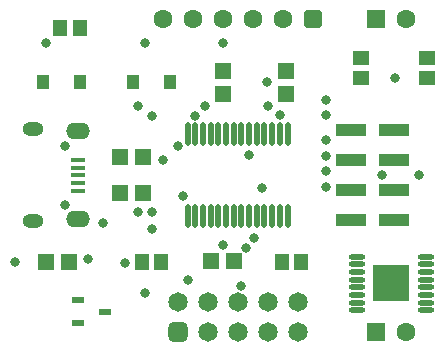
<source format=gbr>
%TF.GenerationSoftware,Altium Limited,Altium Designer,22.2.1 (43)*%
G04 Layer_Color=16711935*
%FSLAX43Y43*%
%MOMM*%
%TF.SameCoordinates,22783662-0E91-4B75-9AE6-36AB56575A38*%
%TF.FilePolarity,Negative*%
%TF.FileFunction,Soldermask,Bot*%
%TF.Part,Single*%
G01*
G75*
%TA.AperFunction,SMDPad,CuDef*%
%ADD10R,3.100X3.100*%
%ADD11R,1.450X1.300*%
%ADD15R,1.450X1.350*%
%ADD17R,1.300X1.450*%
%ADD18R,1.350X1.450*%
%TA.AperFunction,ComponentPad*%
%ADD21O,1.800X1.150*%
%ADD22C,0.800*%
%ADD23O,2.000X1.400*%
%ADD24C,1.650*%
G04:AMPARAMS|DCode=25|XSize=1.65mm|YSize=1.65mm|CornerRadius=0.413mm|HoleSize=0mm|Usage=FLASHONLY|Rotation=0.000|XOffset=0mm|YOffset=0mm|HoleType=Round|Shape=RoundedRectangle|*
%AMROUNDEDRECTD25*
21,1,1.650,0.825,0,0,0.0*
21,1,0.825,1.650,0,0,0.0*
1,1,0.825,0.413,-0.413*
1,1,0.825,-0.413,-0.413*
1,1,0.825,-0.413,0.413*
1,1,0.825,0.413,0.413*
%
%ADD25ROUNDEDRECTD25*%
%ADD26R,1.600X1.600*%
%ADD27C,1.600*%
G04:AMPARAMS|DCode=28|XSize=1.6mm|YSize=1.6mm|CornerRadius=0.4mm|HoleSize=0mm|Usage=FLASHONLY|Rotation=180.000|XOffset=0mm|YOffset=0mm|HoleType=Round|Shape=RoundedRectangle|*
%AMROUNDEDRECTD28*
21,1,1.600,0.800,0,0,180.0*
21,1,0.800,1.600,0,0,180.0*
1,1,0.800,-0.400,0.400*
1,1,0.800,0.400,0.400*
1,1,0.800,0.400,-0.400*
1,1,0.800,-0.400,-0.400*
%
%ADD28ROUNDEDRECTD28*%
%TA.AperFunction,ViaPad*%
%ADD29C,0.750*%
%ADD30C,0.800*%
%TA.AperFunction,SMDPad,CuDef*%
%ADD31R,2.500X1.000*%
%ADD32R,1.300X0.450*%
%ADD33R,1.050X0.600*%
%ADD34O,1.400X0.450*%
%ADD35R,1.100X1.200*%
%ADD36O,0.450X2.000*%
D10*
X33020Y5842D02*
D03*
D11*
X36068Y23242D02*
D03*
Y24892D02*
D03*
X30480Y23242D02*
D03*
Y24892D02*
D03*
D15*
X24130Y23835D02*
D03*
Y21885D02*
D03*
X18730Y21885D02*
D03*
Y23835D02*
D03*
D17*
X4980Y27432D02*
D03*
X6630D02*
D03*
X23750Y7620D02*
D03*
X25400D02*
D03*
X11875D02*
D03*
X13525D02*
D03*
D18*
X3810D02*
D03*
X5760D02*
D03*
X10025Y13500D02*
D03*
X11975D02*
D03*
X17725Y7700D02*
D03*
X19675D02*
D03*
X10017Y16573D02*
D03*
X11967D02*
D03*
D21*
X2700Y18875D02*
D03*
Y11125D02*
D03*
D22*
X5400Y17500D02*
D03*
Y12500D02*
D03*
D23*
X6500Y18725D02*
D03*
Y11275D02*
D03*
D24*
X17460Y4290D02*
D03*
Y1750D02*
D03*
X14920Y4290D02*
D03*
X20000Y1750D02*
D03*
Y4290D02*
D03*
X22540Y1750D02*
D03*
X25080D02*
D03*
X22540Y4290D02*
D03*
X25080D02*
D03*
D25*
X14920Y1750D02*
D03*
D26*
X31750D02*
D03*
Y28250D02*
D03*
D27*
X34290Y1750D02*
D03*
Y28250D02*
D03*
X18730D02*
D03*
X23810D02*
D03*
X21270D02*
D03*
X16190D02*
D03*
X13650D02*
D03*
D28*
X26350D02*
D03*
D29*
X34020Y4842D02*
D03*
X33020D02*
D03*
X32020D02*
D03*
X34020Y5842D02*
D03*
Y6842D02*
D03*
X33020Y5842D02*
D03*
Y6842D02*
D03*
X32020Y5842D02*
D03*
Y6842D02*
D03*
D30*
X33358Y23244D02*
D03*
X27489Y14020D02*
D03*
X15798Y6153D02*
D03*
X35384Y14991D02*
D03*
X32221Y14991D02*
D03*
X12765Y10467D02*
D03*
X7332Y7942D02*
D03*
X10442Y7535D02*
D03*
X12765Y11852D02*
D03*
X11579D02*
D03*
X22499Y22930D02*
D03*
X3810Y26162D02*
D03*
X1182Y7620D02*
D03*
X13690Y16252D02*
D03*
X14920Y17500D02*
D03*
X12765Y20000D02*
D03*
X12192Y4989D02*
D03*
X15385Y13263D02*
D03*
X20956Y16736D02*
D03*
X27489Y17965D02*
D03*
X20325Y5626D02*
D03*
X21421Y9654D02*
D03*
X11579Y20824D02*
D03*
X8636Y10962D02*
D03*
X16425Y20000D02*
D03*
X17224Y20824D02*
D03*
X20688Y8859D02*
D03*
X18742Y9081D02*
D03*
X22096Y13962D02*
D03*
X27489Y20066D02*
D03*
Y21336D02*
D03*
X23575Y20066D02*
D03*
X22540Y20828D02*
D03*
X12192Y26162D02*
D03*
X18730D02*
D03*
X27489Y15335D02*
D03*
Y16650D02*
D03*
D31*
X29580Y18810D02*
D03*
Y16270D02*
D03*
X33280Y18810D02*
D03*
Y16270D02*
D03*
Y11190D02*
D03*
X29580D02*
D03*
X33280Y13730D02*
D03*
X29580D02*
D03*
D32*
X6500Y16300D02*
D03*
Y15650D02*
D03*
Y14350D02*
D03*
Y15000D02*
D03*
Y13700D02*
D03*
D33*
X8770Y3455D02*
D03*
X6470Y4405D02*
D03*
Y2505D02*
D03*
D34*
X35970Y4217D02*
D03*
Y3567D02*
D03*
Y5517D02*
D03*
Y4867D02*
D03*
Y6167D02*
D03*
Y6817D02*
D03*
Y7467D02*
D03*
Y8117D02*
D03*
X30070Y4217D02*
D03*
Y3567D02*
D03*
Y4867D02*
D03*
Y5517D02*
D03*
Y6167D02*
D03*
Y6817D02*
D03*
Y7467D02*
D03*
Y8117D02*
D03*
D35*
X3530Y22860D02*
D03*
X6630D02*
D03*
X14250D02*
D03*
X11150D02*
D03*
D36*
X24225Y11550D02*
D03*
X23575D02*
D03*
X22925D02*
D03*
X22275D02*
D03*
X21625D02*
D03*
X20975D02*
D03*
X20325D02*
D03*
X19675D02*
D03*
X19025D02*
D03*
X18375D02*
D03*
X17725D02*
D03*
X17075D02*
D03*
X16425D02*
D03*
X15775D02*
D03*
X24225Y18450D02*
D03*
X23575D02*
D03*
X22925D02*
D03*
X22275D02*
D03*
X21625D02*
D03*
X20975D02*
D03*
X20325D02*
D03*
X19675D02*
D03*
X19025D02*
D03*
X18375D02*
D03*
X17725D02*
D03*
X17075D02*
D03*
X16425D02*
D03*
X15775D02*
D03*
%TF.MD5,491efefb79d259d72b2f511ac16472c4*%
M02*

</source>
